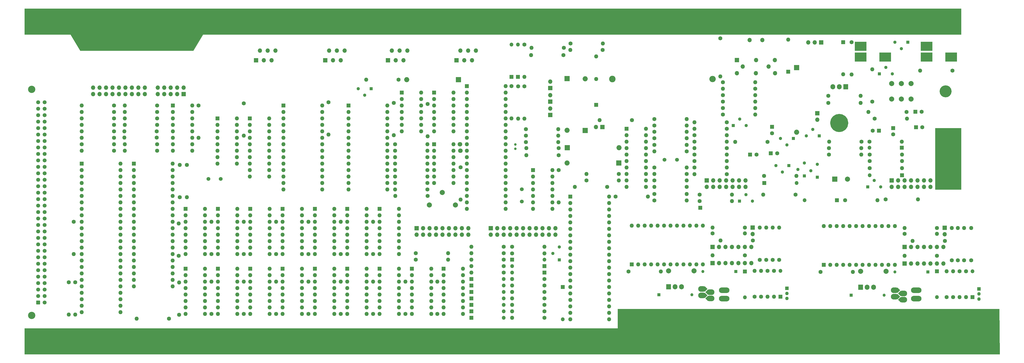
<source format=gts>
%TF.GenerationSoftware,KiCad,Pcbnew,8.0.8+1*%
%TF.CreationDate,2025-02-09T17:16:14+01:00*%
%TF.ProjectId,Issue_5,49737375-655f-4352-9e6b-696361645f70,Issue 5*%
%TF.SameCoordinates,Original*%
%TF.FileFunction,Soldermask,Top*%
%TF.FilePolarity,Negative*%
%FSLAX46Y46*%
G04 Gerber Fmt 4.6, Leading zero omitted, Abs format (unit mm)*
G04 Created by KiCad (PCBNEW 8.0.8+1) date 2025-02-09 17:16:14*
%MOMM*%
%LPD*%
G01*
G04 APERTURE LIST*
G04 Aperture macros list*
%AMRoundRect*
0 Rectangle with rounded corners*
0 $1 Rounding radius*
0 $2 $3 $4 $5 $6 $7 $8 $9 X,Y pos of 4 corners*
0 Add a 4 corners polygon primitive as box body*
4,1,4,$2,$3,$4,$5,$6,$7,$8,$9,$2,$3,0*
0 Add four circle primitives for the rounded corners*
1,1,$1+$1,$2,$3*
1,1,$1+$1,$4,$5*
1,1,$1+$1,$6,$7*
1,1,$1+$1,$8,$9*
0 Add four rect primitives between the rounded corners*
20,1,$1+$1,$2,$3,$4,$5,0*
20,1,$1+$1,$4,$5,$6,$7,0*
20,1,$1+$1,$6,$7,$8,$9,0*
20,1,$1+$1,$8,$9,$2,$3,0*%
%AMHorizOval*
0 Thick line with rounded ends*
0 $1 width*
0 $2 $3 position (X,Y) of the first rounded end (center of the circle)*
0 $4 $5 position (X,Y) of the second rounded end (center of the circle)*
0 Add line between two ends*
20,1,$1,$2,$3,$4,$5,0*
0 Add two circle primitives to create the rounded ends*
1,1,$1,$2,$3*
1,1,$1,$4,$5*%
%AMRotRect*
0 Rectangle, with rotation*
0 The origin of the aperture is its center*
0 $1 length*
0 $2 width*
0 $3 Rotation angle, in degrees counterclockwise*
0 Add horizontal line*
21,1,$1,$2,0,0,$3*%
G04 Aperture macros list end*
%ADD10C,0.100000*%
%ADD11C,3.581000*%
%ADD12C,2.350446*%
%ADD13R,1.905000X2.000000*%
%ADD14O,1.905000X2.000000*%
%ADD15C,1.600000*%
%ADD16O,1.600000X1.600000*%
%ADD17R,1.600000X1.600000*%
%ADD18RoundRect,0.050800X-2.250000X1.750000X-2.250000X-1.750000X2.250000X-1.750000X2.250000X1.750000X0*%
%ADD19R,1.500000X1.500000*%
%ADD20O,1.500000X1.500000*%
%ADD21R,1.200000X1.200000*%
%ADD22C,1.200000*%
%ADD23R,1.700000X1.700000*%
%ADD24O,1.700000X1.700000*%
%ADD25R,1.350000X1.350000*%
%ADD26O,1.350000X1.350000*%
%ADD27RotRect,1.500000X1.500000X45.000000*%
%ADD28RoundRect,1.100000X0.400000X0.000010X-0.400000X0.000010X-0.400000X-0.000010X0.400000X-0.000010X0*%
%ADD29RoundRect,1.100000X-0.400000X-0.000010X0.400000X-0.000010X0.400000X0.000010X-0.400000X0.000010X0*%
%ADD30R,1.300000X1.300000*%
%ADD31C,1.300000*%
%ADD32R,2.000000X2.000000*%
%ADD33O,2.000000X2.000000*%
%ADD34C,1.000000*%
%ADD35C,2.000000*%
%ADD36RoundRect,1.100000X-0.975000X-0.000010X0.975000X-0.000010X0.975000X0.000010X-0.975000X0.000010X0*%
%ADD37RoundRect,0.500000X-3.750000X-0.350000X3.750000X-0.350000X3.750000X0.350000X-3.750000X0.350000X0*%
%ADD38C,1.500000*%
%ADD39C,2.850000*%
%ADD40RoundRect,0.249999X-0.525001X0.525001X-0.525001X-0.525001X0.525001X-0.525001X0.525001X0.525001X0*%
%ADD41C,1.550000*%
%ADD42C,1.800000*%
%ADD43O,2.500000X2.600000*%
%ADD44O,2.500000X2.500000*%
%ADD45HorizOval,1.500000X0.000000X0.000000X0.000000X0.000000X0*%
G04 APERTURE END LIST*
D10*
X391160000Y-91440000D02*
X93345000Y-91440000D01*
X89535000Y-97790000D01*
X45085000Y-97790000D01*
X41275000Y-91440000D01*
X23241000Y-91440000D01*
X23241000Y-81280000D01*
X391160000Y-81280000D01*
X391160000Y-91440000D01*
G36*
X391160000Y-91440000D02*
G01*
X93345000Y-91440000D01*
X89535000Y-97790000D01*
X45085000Y-97790000D01*
X41275000Y-91440000D01*
X23241000Y-91440000D01*
X23241000Y-81280000D01*
X391160000Y-81280000D01*
X391160000Y-91440000D01*
G37*
D11*
X345071500Y-126238000D02*
G75*
G02*
X341490500Y-126238000I-1790500J0D01*
G01*
X341490500Y-126238000D02*
G75*
G02*
X345071500Y-126238000I1790500J0D01*
G01*
D10*
X381000000Y-128270000D02*
X391160000Y-128270000D01*
X391160000Y-152400000D01*
X381000000Y-152400000D01*
X381000000Y-128270000D01*
G36*
X381000000Y-128270000D02*
G01*
X391160000Y-128270000D01*
X391160000Y-152400000D01*
X381000000Y-152400000D01*
X381000000Y-128270000D01*
G37*
X406273000Y-217170000D02*
X23241000Y-217170000D01*
X23241000Y-207010000D01*
X256286000Y-207010000D01*
X256286000Y-199390000D01*
X406146000Y-199390000D01*
X406273000Y-217170000D01*
G36*
X406273000Y-217170000D02*
G01*
X23241000Y-217170000D01*
X23241000Y-207010000D01*
X256286000Y-207010000D01*
X256286000Y-199390000D01*
X406146000Y-199390000D01*
X406273000Y-217170000D01*
G37*
%TO.C,S3*%
D12*
X386239223Y-113792000D02*
G75*
G02*
X383888777Y-113792000I-1175223J0D01*
G01*
X383888777Y-113792000D02*
G75*
G02*
X386239223Y-113792000I1175223J0D01*
G01*
%TD*%
D13*
%TO.C,IC31*%
X276225000Y-190683000D03*
D14*
X278765000Y-190683000D03*
X281305000Y-190683000D03*
%TD*%
D15*
%TO.C,R47*%
X58420000Y-137160000D03*
D16*
X45720000Y-137160000D03*
%TD*%
D17*
%TO.C,C22*%
X358902000Y-129286000D03*
D15*
X356402000Y-129286000D03*
%TD*%
%TO.C,R81*%
X339217000Y-138684000D03*
D16*
X351917000Y-138684000D03*
%TD*%
D15*
%TO.C,R56*%
X297585000Y-115310000D03*
D16*
X310285000Y-115310000D03*
%TD*%
D15*
%TO.C,R62*%
X211455000Y-185039000D03*
D16*
X198755000Y-185039000D03*
%TD*%
D18*
%TO.C,J10*%
X377571000Y-96092000D03*
X377571000Y-100283000D03*
X387223000Y-100283000D03*
%TD*%
D19*
%TO.C,Z2*%
X367825400Y-135991600D03*
D20*
X355125400Y-135991600D03*
%TD*%
D15*
%TO.C,C31*%
X283337000Y-137414000D03*
D16*
X270637000Y-137414000D03*
%TD*%
D21*
%TO.C,C10*%
X347980000Y-193929000D03*
D22*
X360934000Y-193929000D03*
%TD*%
D19*
%TO.C,D2*%
X227457000Y-182499000D03*
D20*
X214757000Y-182499000D03*
%TD*%
D23*
%TO.C,J201*%
X368935000Y-175006000D03*
D24*
X371475000Y-175006000D03*
X374015000Y-175006000D03*
X376555000Y-175006000D03*
X379095000Y-175006000D03*
X381635000Y-175006000D03*
X384175000Y-175006000D03*
%TD*%
D15*
%TO.C,R86*%
X252095000Y-151384000D03*
D16*
X239395000Y-151384000D03*
%TD*%
D15*
%TO.C,R48*%
X233045000Y-138938000D03*
D16*
X220345000Y-138938000D03*
%TD*%
D15*
%TO.C,R21*%
X227457000Y-195199000D03*
D16*
X214757000Y-195199000D03*
%TD*%
D25*
%TO.C,SW2*%
X398145000Y-191453000D03*
D26*
X398145000Y-193453000D03*
X398145000Y-195453000D03*
%TD*%
D19*
%TO.C,D1*%
X227457000Y-185039000D03*
D20*
X214757000Y-185039000D03*
%TD*%
D17*
%TO.C,IC5*%
X137287000Y-160020000D03*
D16*
X137287000Y-162560000D03*
X137287000Y-165100000D03*
X137287000Y-167640000D03*
X137287000Y-170180000D03*
X137287000Y-172720000D03*
X137287000Y-175260000D03*
X137287000Y-177800000D03*
X144907000Y-177800000D03*
X144907000Y-175260000D03*
X144907000Y-172720000D03*
X144907000Y-170180000D03*
X144907000Y-167640000D03*
X144907000Y-165100000D03*
X144907000Y-162560000D03*
X144907000Y-160020000D03*
%TD*%
D15*
%TO.C,R94*%
X168783000Y-137160000D03*
D16*
X181483000Y-137160000D03*
%TD*%
D15*
%TO.C,R10*%
X235077000Y-96647000D03*
D16*
X222377000Y-96647000D03*
%TD*%
D17*
%TO.C,C41*%
X373166000Y-121793000D03*
D15*
X375666000Y-121793000D03*
%TD*%
%TO.C,R78*%
X75311000Y-134620000D03*
D16*
X62611000Y-134620000D03*
%TD*%
D15*
%TO.C,R44*%
X306197000Y-167386000D03*
D16*
X293497000Y-167386000D03*
%TD*%
D15*
%TO.C,R84*%
X355168200Y-133553200D03*
D16*
X367868200Y-133553200D03*
%TD*%
D15*
%TO.C,DC24*%
X147447000Y-201295000D03*
D16*
X147447000Y-188595000D03*
%TD*%
D27*
%TO.C,L2*%
X290449000Y-191516000D03*
D28*
X289399000Y-191516000D03*
D27*
X291719000Y-192786000D03*
D29*
X292769000Y-192786000D03*
D27*
X290449000Y-194056000D03*
D28*
X289399000Y-194056000D03*
D27*
X291719000Y-195199000D03*
D29*
X292769000Y-195199000D03*
%TD*%
D15*
%TO.C,R29*%
X355219000Y-141224000D03*
D16*
X367919000Y-141224000D03*
%TD*%
D15*
%TO.C,C32*%
X286385000Y-143764000D03*
D16*
X299085000Y-143764000D03*
%TD*%
D15*
%TO.C,JP2*%
X168783000Y-142240000D03*
D16*
X181483000Y-142240000D03*
%TD*%
D15*
%TO.C,C48*%
X234950000Y-99568000D03*
D16*
X222250000Y-99568000D03*
%TD*%
D15*
%TO.C,C49*%
X319659000Y-180086000D03*
D16*
X319659000Y-167386000D03*
%TD*%
D30*
%TO.C,TR7*%
X329565000Y-147066000D03*
D31*
X327025000Y-144526000D03*
X329565000Y-141986000D03*
%TD*%
D15*
%TO.C,R58*%
X297585000Y-120390000D03*
D16*
X310285000Y-120390000D03*
%TD*%
D15*
%TO.C,R17*%
X220218000Y-128651000D03*
D16*
X232918000Y-128651000D03*
%TD*%
D15*
%TO.C,R20*%
X227457000Y-197739000D03*
D16*
X214757000Y-197739000D03*
%TD*%
D17*
%TO.C,IC16*%
X175387000Y-183515000D03*
D16*
X175387000Y-186055000D03*
X175387000Y-188595000D03*
X175387000Y-191135000D03*
X175387000Y-193675000D03*
X175387000Y-196215000D03*
X175387000Y-198755000D03*
X175387000Y-201295000D03*
X183007000Y-201295000D03*
X183007000Y-198755000D03*
X183007000Y-196215000D03*
X183007000Y-193675000D03*
X183007000Y-191135000D03*
X183007000Y-188595000D03*
X183007000Y-186055000D03*
X183007000Y-183515000D03*
%TD*%
D15*
%TO.C,R90*%
X243967000Y-148844000D03*
D16*
X256667000Y-148844000D03*
%TD*%
D15*
%TO.C,C19*%
X326136000Y-154432000D03*
D16*
X313436000Y-154432000D03*
%TD*%
D19*
%TO.C,D16*%
X313817000Y-149860000D03*
D20*
X326517000Y-149860000D03*
%TD*%
D15*
%TO.C,R49*%
X315087000Y-133705600D03*
D16*
X302387000Y-133705600D03*
%TD*%
D17*
%TO.C,IC13*%
X137287000Y-183515000D03*
D16*
X137287000Y-186055000D03*
X137287000Y-188595000D03*
X137287000Y-191135000D03*
X137287000Y-193675000D03*
X137287000Y-196215000D03*
X137287000Y-198755000D03*
X137287000Y-201295000D03*
X144907000Y-201295000D03*
X144907000Y-198755000D03*
X144907000Y-196215000D03*
X144907000Y-193675000D03*
X144907000Y-191135000D03*
X144907000Y-188595000D03*
X144907000Y-186055000D03*
X144907000Y-183515000D03*
%TD*%
D15*
%TO.C,DC20*%
X96647000Y-201295000D03*
D16*
X96647000Y-188595000D03*
%TD*%
D15*
%TO.C,C50*%
X395097000Y-180213000D03*
D16*
X395097000Y-167513000D03*
%TD*%
D15*
%TO.C,R32*%
X288417000Y-156972000D03*
D16*
X301117000Y-156972000D03*
%TD*%
D32*
%TO.C,C37*%
X326567800Y-104444800D03*
D33*
X326567800Y-129844800D03*
%TD*%
D15*
%TO.C,DC26*%
X172847000Y-201295000D03*
D16*
X172847000Y-188595000D03*
%TD*%
D23*
%TO.C,J6*%
X192913000Y-101600000D03*
D24*
X194437000Y-97790000D03*
X195961000Y-101600000D03*
X197485000Y-97790000D03*
X199009000Y-101600000D03*
X200533000Y-97790000D03*
%TD*%
D23*
%TO.C,M2*%
X309245000Y-167335200D03*
D24*
X309245000Y-169875200D03*
%TD*%
D19*
%TO.C,D14*%
X306197000Y-184650000D03*
D20*
X306197000Y-194810000D03*
%TD*%
D30*
%TO.C,TR2*%
X370205000Y-94488000D03*
D31*
X367665000Y-97028000D03*
X365125000Y-94488000D03*
%TD*%
D19*
%TO.C,D22*%
X217043000Y-108077000D03*
D20*
X217043000Y-95377000D03*
%TD*%
D15*
%TO.C,DC5*%
X181610000Y-118745000D03*
D16*
X181610000Y-131445000D03*
%TD*%
D15*
%TO.C,R92*%
X219583000Y-95377000D03*
D16*
X219583000Y-108077000D03*
%TD*%
D23*
%TO.C,HDB1*%
X291211000Y-148844000D03*
D24*
X293751000Y-148844000D03*
X296291000Y-148844000D03*
X298831000Y-148844000D03*
X301371000Y-148844000D03*
X303911000Y-148844000D03*
X306451000Y-148844000D03*
X291211000Y-151384000D03*
X293751000Y-151384000D03*
X296291000Y-151384000D03*
X298831000Y-151384000D03*
X301371000Y-151384000D03*
X303911000Y-151384000D03*
X306451000Y-151384000D03*
%TD*%
D15*
%TO.C,R63*%
X211455000Y-182499000D03*
D16*
X198755000Y-182499000D03*
%TD*%
D17*
%TO.C,C21*%
X308269000Y-138684000D03*
D15*
X310769000Y-138684000D03*
%TD*%
D23*
%TO.C,J2*%
X85725000Y-114845000D03*
D24*
X85725000Y-112305000D03*
X83185000Y-114845000D03*
X83185000Y-112305000D03*
X80645000Y-114845000D03*
X80645000Y-112305000D03*
X78105000Y-114845000D03*
X78105000Y-112305000D03*
X75565000Y-114845000D03*
X75565000Y-112305000D03*
X70485000Y-114845000D03*
X70485000Y-112305000D03*
X67945000Y-114845000D03*
X67945000Y-112305000D03*
X65405000Y-114845000D03*
X65405000Y-112305000D03*
X62865000Y-114845000D03*
X62865000Y-112305000D03*
X60325000Y-114845000D03*
X60325000Y-112305000D03*
X57785000Y-114845000D03*
X57785000Y-112305000D03*
X55245000Y-114845000D03*
X55245000Y-112305000D03*
X52705000Y-114845000D03*
X52705000Y-112305000D03*
X50165000Y-114845000D03*
X50165000Y-112305000D03*
%TD*%
D15*
%TO.C,C13*%
X312039000Y-180086000D03*
D16*
X312039000Y-167386000D03*
%TD*%
D15*
%TO.C,R74*%
X75184000Y-129540000D03*
D16*
X62484000Y-129540000D03*
%TD*%
D15*
%TO.C,C16*%
X368935000Y-169799000D03*
D16*
X381635000Y-169799000D03*
%TD*%
D15*
%TO.C,C34*%
X286385000Y-138684000D03*
D16*
X299085000Y-138684000D03*
%TD*%
D19*
%TO.C,D3*%
X214757000Y-179959000D03*
D20*
X227457000Y-179959000D03*
%TD*%
D15*
%TO.C,C43*%
X270637000Y-124714000D03*
D16*
X283337000Y-124714000D03*
%TD*%
D30*
%TO.C,TR5*%
X334645000Y-147574000D03*
D31*
X332105000Y-145034000D03*
X334645000Y-142494000D03*
%TD*%
D17*
%TO.C,IC18*%
X45720000Y-142240000D03*
D16*
X45720000Y-144780000D03*
X45720000Y-147320000D03*
X45720000Y-149860000D03*
X45720000Y-152400000D03*
X45720000Y-154940000D03*
X45720000Y-157480000D03*
X45720000Y-160020000D03*
X45720000Y-162560000D03*
X45720000Y-165100000D03*
X45720000Y-167640000D03*
X45720000Y-170180000D03*
X45720000Y-172720000D03*
X45720000Y-175260000D03*
X45720000Y-177800000D03*
X45720000Y-180340000D03*
X45720000Y-182880000D03*
X45720000Y-185420000D03*
X45720000Y-187960000D03*
X45720000Y-190500000D03*
X45720000Y-193040000D03*
X45720000Y-195580000D03*
X45720000Y-198120000D03*
X45720000Y-200660000D03*
X60960000Y-200660000D03*
X60960000Y-198120000D03*
X60960000Y-195580000D03*
X60960000Y-193040000D03*
X60960000Y-190500000D03*
X60960000Y-187960000D03*
X60960000Y-185420000D03*
X60960000Y-182880000D03*
X60960000Y-180340000D03*
X60960000Y-177800000D03*
X60960000Y-175260000D03*
X60960000Y-172720000D03*
X60960000Y-170180000D03*
X60960000Y-167640000D03*
X60960000Y-165100000D03*
X60960000Y-162560000D03*
X60960000Y-160020000D03*
X60960000Y-157480000D03*
X60960000Y-154940000D03*
X60960000Y-152400000D03*
X60960000Y-149860000D03*
X60960000Y-147320000D03*
X60960000Y-144780000D03*
X60960000Y-142240000D03*
%TD*%
D15*
%TO.C,C20*%
X361467400Y-156311600D03*
D16*
X374167400Y-156311600D03*
%TD*%
D17*
%TO.C,IC28*%
X259715000Y-128524000D03*
D16*
X259715000Y-131064000D03*
X259715000Y-133604000D03*
X259715000Y-136144000D03*
X259715000Y-138684000D03*
X259715000Y-141224000D03*
X259715000Y-143764000D03*
X259715000Y-146304000D03*
X259715000Y-148844000D03*
X259715000Y-151384000D03*
X267335000Y-151384000D03*
X267335000Y-148844000D03*
X267335000Y-146304000D03*
X267335000Y-143764000D03*
X267335000Y-141224000D03*
X267335000Y-138684000D03*
X267335000Y-136144000D03*
X267335000Y-133604000D03*
X267335000Y-131064000D03*
X267335000Y-128524000D03*
%TD*%
D15*
%TO.C,DC27*%
X185420000Y-201295000D03*
D16*
X185420000Y-188595000D03*
%TD*%
D23*
%TO.C,J4*%
X141351000Y-101600000D03*
D24*
X142875000Y-97790000D03*
X144399000Y-101600000D03*
X145923000Y-97790000D03*
X147447000Y-101600000D03*
X148971000Y-97790000D03*
%TD*%
D21*
%TO.C,C11*%
X302641000Y-184658000D03*
D22*
X289687000Y-184658000D03*
%TD*%
D15*
%TO.C,C26*%
X270637000Y-143764000D03*
D16*
X283337000Y-143764000D03*
%TD*%
D17*
%TO.C,C47*%
X364490000Y-128207888D03*
D15*
X364490000Y-130707888D03*
%TD*%
%TO.C,R18*%
X227457000Y-202819000D03*
D16*
X214757000Y-202819000D03*
%TD*%
D15*
%TO.C,C5*%
X306197000Y-178308000D03*
D16*
X293497000Y-178308000D03*
%TD*%
D15*
%TO.C,C46*%
X345567000Y-156591000D03*
D16*
X358267000Y-156591000D03*
%TD*%
D15*
%TO.C,R61*%
X237744000Y-94996000D03*
D16*
X250444000Y-94996000D03*
%TD*%
D15*
%TO.C,R23*%
X227457000Y-190119000D03*
D16*
X214757000Y-190119000D03*
%TD*%
D15*
%TO.C,R82*%
X357149400Y-124561600D03*
D16*
X369849400Y-124561600D03*
%TD*%
D15*
%TO.C,R57*%
X297585000Y-117850000D03*
D16*
X310285000Y-117850000D03*
%TD*%
D15*
%TO.C,DC3*%
X142621000Y-118110000D03*
D16*
X142621000Y-130810000D03*
%TD*%
D34*
%TO.C,X2*%
X216027000Y-136398000D03*
X216027000Y-134698000D03*
%TD*%
D15*
%TO.C,L5*%
X369697000Y-121920000D03*
D16*
X354697000Y-121920000D03*
%TD*%
D15*
%TO.C,R33*%
X355219000Y-144018000D03*
D16*
X367919000Y-144018000D03*
%TD*%
D15*
%TO.C,R76*%
X75184000Y-131953000D03*
D16*
X62484000Y-131953000D03*
%TD*%
D15*
%TO.C,R51*%
X270637000Y-129674000D03*
D16*
X283337000Y-129674000D03*
%TD*%
D15*
%TO.C,R85*%
X261874000Y-125095000D03*
D16*
X249174000Y-125095000D03*
%TD*%
D35*
%TO.C,TC1*%
X187325000Y-153543000D03*
X192532000Y-158496000D03*
X182245000Y-158496000D03*
%TD*%
D15*
%TO.C,R40*%
X315087000Y-184404000D03*
D16*
X315087000Y-194564000D03*
%TD*%
D23*
%TO.C,J202*%
X368935000Y-181483000D03*
D24*
X371475000Y-181483000D03*
X374015000Y-181483000D03*
X376555000Y-181483000D03*
X379095000Y-181483000D03*
X381635000Y-181483000D03*
X384175000Y-181483000D03*
%TD*%
D15*
%TO.C,R15*%
X387731000Y-105664000D03*
D16*
X375031000Y-105664000D03*
%TD*%
D17*
%TO.C,D25*%
X323215000Y-106045000D03*
D16*
X323215000Y-93472000D03*
%TD*%
D15*
%TO.C,R80*%
X220218000Y-131191000D03*
D16*
X232918000Y-131191000D03*
%TD*%
D15*
%TO.C,DC16*%
X160147000Y-177800000D03*
D16*
X160147000Y-165100000D03*
%TD*%
D15*
%TO.C,R8*%
X214503000Y-111760000D03*
D16*
X214503000Y-124460000D03*
%TD*%
D17*
%TO.C,IC25*%
X184150000Y-114300000D03*
D16*
X184150000Y-116840000D03*
X184150000Y-119380000D03*
X184150000Y-121920000D03*
X184150000Y-124460000D03*
X184150000Y-127000000D03*
X184150000Y-129540000D03*
X191770000Y-129540000D03*
X191770000Y-127000000D03*
X191770000Y-124460000D03*
X191770000Y-121920000D03*
X191770000Y-119380000D03*
X191770000Y-116840000D03*
X191770000Y-114300000D03*
%TD*%
D15*
%TO.C,R12*%
X339217000Y-136144000D03*
D16*
X351917000Y-136144000D03*
%TD*%
D17*
%TO.C,IC33*%
X124968000Y-119380000D03*
D16*
X124968000Y-121920000D03*
X124968000Y-124460000D03*
X124968000Y-127000000D03*
X124968000Y-129540000D03*
X124968000Y-132080000D03*
X124968000Y-134620000D03*
X124968000Y-137160000D03*
X124968000Y-139700000D03*
X124968000Y-142240000D03*
X124968000Y-144780000D03*
X124968000Y-147320000D03*
X124968000Y-149860000D03*
X124968000Y-152400000D03*
X140208000Y-152400000D03*
X140208000Y-149860000D03*
X140208000Y-147320000D03*
X140208000Y-144780000D03*
X140208000Y-142240000D03*
X140208000Y-139700000D03*
X140208000Y-137160000D03*
X140208000Y-134620000D03*
X140208000Y-132080000D03*
X140208000Y-129540000D03*
X140208000Y-127000000D03*
X140208000Y-124460000D03*
X140208000Y-121920000D03*
X140208000Y-119380000D03*
%TD*%
D17*
%TO.C,IC10*%
X99187000Y-183515000D03*
D16*
X99187000Y-186055000D03*
X99187000Y-188595000D03*
X99187000Y-191135000D03*
X99187000Y-193675000D03*
X99187000Y-196215000D03*
X99187000Y-198755000D03*
X99187000Y-201295000D03*
X106807000Y-201295000D03*
X106807000Y-198755000D03*
X106807000Y-196215000D03*
X106807000Y-193675000D03*
X106807000Y-191135000D03*
X106807000Y-188595000D03*
X106807000Y-186055000D03*
X106807000Y-183515000D03*
%TD*%
D15*
%TO.C,R54*%
X270637000Y-132214000D03*
D16*
X283337000Y-132214000D03*
%TD*%
D15*
%TO.C,R35*%
X385445000Y-194691000D03*
D16*
X385445000Y-184531000D03*
%TD*%
D15*
%TO.C,C44*%
X338963000Y-115570000D03*
D16*
X351663000Y-115570000D03*
%TD*%
D19*
%TO.C,D10*%
X198755000Y-190119000D03*
D20*
X211455000Y-190119000D03*
%TD*%
D15*
%TO.C,R72*%
X75311000Y-127000000D03*
D16*
X62611000Y-127000000D03*
%TD*%
D17*
%TO.C,IC3*%
X111887000Y-160020000D03*
D16*
X111887000Y-162560000D03*
X111887000Y-165100000D03*
X111887000Y-167640000D03*
X111887000Y-170180000D03*
X111887000Y-172720000D03*
X111887000Y-175260000D03*
X111887000Y-177800000D03*
X119507000Y-177800000D03*
X119507000Y-175260000D03*
X119507000Y-172720000D03*
X119507000Y-170180000D03*
X119507000Y-167640000D03*
X119507000Y-165100000D03*
X119507000Y-162560000D03*
X119507000Y-160020000D03*
%TD*%
D15*
%TO.C,C45*%
X286385000Y-131064000D03*
D16*
X299085000Y-131064000D03*
%TD*%
D13*
%TO.C,U35*%
X345821000Y-112014000D03*
D14*
X343281000Y-112014000D03*
X340741000Y-112014000D03*
%TD*%
D19*
%TO.C,D12*%
X320167000Y-194564000D03*
D20*
X320167000Y-184404000D03*
%TD*%
D23*
%TO.C,J101*%
X293497000Y-175006000D03*
D24*
X296037000Y-175006000D03*
X298577000Y-175006000D03*
X301117000Y-175006000D03*
X303657000Y-175006000D03*
X306197000Y-175006000D03*
X308737000Y-175006000D03*
%TD*%
D23*
%TO.C,J3*%
X114173000Y-101600000D03*
D24*
X115697000Y-97790000D03*
X117221000Y-101600000D03*
X118745000Y-97790000D03*
X120269000Y-101600000D03*
X121793000Y-97790000D03*
%TD*%
D15*
%TO.C,R88*%
X310261000Y-112770000D03*
D16*
X297561000Y-112770000D03*
%TD*%
D15*
%TO.C,R25*%
X283337000Y-151384000D03*
D16*
X270637000Y-151384000D03*
%TD*%
D18*
%TO.C,J9*%
X351703000Y-96092000D03*
X351703000Y-100283000D03*
X361355000Y-100283000D03*
%TD*%
D15*
%TO.C,R98*%
X270637000Y-156718000D03*
D16*
X283337000Y-156718000D03*
%TD*%
D19*
%TO.C,D13*%
X395605000Y-194691000D03*
D20*
X395605000Y-184531000D03*
%TD*%
D15*
%TO.C,R42*%
X314579000Y-180086000D03*
D16*
X314579000Y-167386000D03*
%TD*%
D36*
%TO.C,L6*%
X298103000Y-192024000D03*
X298103000Y-195326000D03*
%TD*%
D17*
%TO.C,IC27*%
X171450000Y-114300000D03*
D16*
X171450000Y-116840000D03*
X171450000Y-119380000D03*
X171450000Y-121920000D03*
X171450000Y-124460000D03*
X171450000Y-127000000D03*
X171450000Y-129540000D03*
X179070000Y-129540000D03*
X179070000Y-127000000D03*
X179070000Y-124460000D03*
X179070000Y-121920000D03*
X179070000Y-119380000D03*
X179070000Y-116840000D03*
X179070000Y-114300000D03*
%TD*%
D15*
%TO.C,R65*%
X211455000Y-177419000D03*
D16*
X198755000Y-177419000D03*
%TD*%
D19*
%TO.C,D8*%
X198755000Y-195199000D03*
D20*
X211455000Y-195199000D03*
%TD*%
D15*
%TO.C,R1*%
X58420000Y-132080000D03*
D16*
X45720000Y-132080000D03*
%TD*%
D37*
%TO.C,EC1*%
X386207000Y-131318000D03*
X386207000Y-133858000D03*
X386207000Y-138938000D03*
X386207000Y-141478000D03*
X386207000Y-144018000D03*
X386207000Y-146558000D03*
X386207000Y-149098000D03*
%TD*%
D15*
%TO.C,R68*%
X176911000Y-177419000D03*
D16*
X189611000Y-177419000D03*
%TD*%
D15*
%TO.C,R83*%
X313715400Y-147015200D03*
D16*
X326415400Y-147015200D03*
%TD*%
D15*
%TO.C,C33*%
X299085000Y-136144000D03*
D16*
X286385000Y-136144000D03*
%TD*%
D17*
%TO.C,IC26*%
X223012000Y-144780000D03*
D16*
X223012000Y-147320000D03*
X223012000Y-149860000D03*
X223012000Y-152400000D03*
X223012000Y-154940000D03*
X223012000Y-157480000D03*
X223012000Y-160020000D03*
X230632000Y-160020000D03*
X230632000Y-157480000D03*
X230632000Y-154940000D03*
X230632000Y-152400000D03*
X230632000Y-149860000D03*
X230632000Y-147320000D03*
X230632000Y-144780000D03*
%TD*%
D15*
%TO.C,R45*%
X381635000Y-167513000D03*
D16*
X368935000Y-167513000D03*
%TD*%
D17*
%TO.C,IC19*%
X81534000Y-119380000D03*
D16*
X81534000Y-121920000D03*
X81534000Y-124460000D03*
X81534000Y-127000000D03*
X81534000Y-129540000D03*
X81534000Y-132080000D03*
X81534000Y-134620000D03*
X81534000Y-137160000D03*
X89154000Y-137160000D03*
X89154000Y-134620000D03*
X89154000Y-132080000D03*
X89154000Y-129540000D03*
X89154000Y-127000000D03*
X89154000Y-124460000D03*
X89154000Y-121920000D03*
X89154000Y-119380000D03*
%TD*%
D17*
%TO.C,IC30*%
X337185000Y-181991000D03*
D16*
X339725000Y-181991000D03*
X342265000Y-181991000D03*
X344805000Y-181991000D03*
X347345000Y-181991000D03*
X349885000Y-181991000D03*
X352425000Y-181991000D03*
X354965000Y-181991000D03*
X357505000Y-181991000D03*
X360045000Y-181991000D03*
X362585000Y-181991000D03*
X365125000Y-181991000D03*
X365125000Y-166751000D03*
X362585000Y-166751000D03*
X360045000Y-166751000D03*
X357505000Y-166751000D03*
X354965000Y-166751000D03*
X352425000Y-166751000D03*
X349885000Y-166751000D03*
X347345000Y-166751000D03*
X344805000Y-166751000D03*
X342265000Y-166751000D03*
X339725000Y-166751000D03*
X337185000Y-166751000D03*
%TD*%
D24*
%TO.C,J7*%
X313055000Y-93585000D03*
X308055000Y-93585000D03*
D23*
X303102000Y-101459000D03*
D24*
X310595000Y-101459000D03*
X317961000Y-101459000D03*
X305388000Y-103999000D03*
X315548000Y-103999000D03*
X303055000Y-106666000D03*
X318055000Y-106666000D03*
X310555000Y-106666000D03*
%TD*%
D30*
%TO.C,TR4*%
X354457000Y-151384000D03*
D31*
X356997000Y-148844000D03*
X359537000Y-151384000D03*
%TD*%
D15*
%TO.C,C18*%
X335915000Y-184785000D03*
D16*
X348615000Y-184785000D03*
%TD*%
D17*
%TO.C,IC7*%
X162687000Y-160020000D03*
D16*
X162687000Y-162560000D03*
X162687000Y-165100000D03*
X162687000Y-167640000D03*
X162687000Y-170180000D03*
X162687000Y-172720000D03*
X162687000Y-175260000D03*
X162687000Y-177800000D03*
X170307000Y-177800000D03*
X170307000Y-175260000D03*
X170307000Y-172720000D03*
X170307000Y-170180000D03*
X170307000Y-167640000D03*
X170307000Y-165100000D03*
X170307000Y-162560000D03*
X170307000Y-160020000D03*
%TD*%
D15*
%TO.C,R96*%
X170180000Y-109220000D03*
D16*
X157480000Y-109220000D03*
%TD*%
D23*
%TO.C,J8*%
X336169000Y-94570000D03*
D24*
X333629000Y-94570000D03*
X331089000Y-94570000D03*
%TD*%
D15*
%TO.C,DC15*%
X147447000Y-177800000D03*
D16*
X147447000Y-165100000D03*
%TD*%
D15*
%TO.C,R13*%
X338963000Y-118364000D03*
D16*
X351663000Y-118364000D03*
%TD*%
D15*
%TO.C,JP6*%
X181483000Y-152400000D03*
D16*
X168783000Y-152400000D03*
%TD*%
D15*
%TO.C,R100*%
X309372000Y-172466000D03*
D16*
X296672000Y-172466000D03*
%TD*%
D25*
%TO.C,SW1*%
X322707000Y-191262000D03*
D26*
X322707000Y-193262000D03*
X322707000Y-195262000D03*
%TD*%
D15*
%TO.C,R91*%
X220218000Y-133731000D03*
D16*
X232918000Y-133731000D03*
%TD*%
D17*
%TO.C,C42*%
X373420000Y-127889000D03*
D15*
X375920000Y-127889000D03*
%TD*%
D13*
%TO.C,IC32*%
X351663000Y-190810000D03*
D14*
X354203000Y-190810000D03*
X356743000Y-190810000D03*
%TD*%
D17*
%TO.C,IC6*%
X149987000Y-160020000D03*
D16*
X149987000Y-162560000D03*
X149987000Y-165100000D03*
X149987000Y-167640000D03*
X149987000Y-170180000D03*
X149987000Y-172720000D03*
X149987000Y-175260000D03*
X149987000Y-177800000D03*
X157607000Y-177800000D03*
X157607000Y-175260000D03*
X157607000Y-172720000D03*
X157607000Y-170180000D03*
X157607000Y-167640000D03*
X157607000Y-165100000D03*
X157607000Y-162560000D03*
X157607000Y-160020000D03*
%TD*%
D17*
%TO.C,IC9*%
X86487000Y-183515000D03*
D16*
X86487000Y-186055000D03*
X86487000Y-188595000D03*
X86487000Y-191135000D03*
X86487000Y-193675000D03*
X86487000Y-196215000D03*
X86487000Y-198755000D03*
X86487000Y-201295000D03*
X94107000Y-201295000D03*
X94107000Y-198755000D03*
X94107000Y-196215000D03*
X94107000Y-193675000D03*
X94107000Y-191135000D03*
X94107000Y-188595000D03*
X94107000Y-186055000D03*
X94107000Y-183515000D03*
%TD*%
D32*
%TO.C,C23*%
X243459000Y-129159000D03*
D33*
X243459000Y-108839000D03*
%TD*%
D17*
%TO.C,IC29*%
X261747000Y-181864000D03*
D16*
X264287000Y-181864000D03*
X266827000Y-181864000D03*
X269367000Y-181864000D03*
X271907000Y-181864000D03*
X274447000Y-181864000D03*
X276987000Y-181864000D03*
X279527000Y-181864000D03*
X282067000Y-181864000D03*
X284607000Y-181864000D03*
X287147000Y-181864000D03*
X289687000Y-181864000D03*
X289687000Y-166624000D03*
X287147000Y-166624000D03*
X284607000Y-166624000D03*
X282067000Y-166624000D03*
X279527000Y-166624000D03*
X276987000Y-166624000D03*
X274447000Y-166624000D03*
X271907000Y-166624000D03*
X269367000Y-166624000D03*
X266827000Y-166624000D03*
X264287000Y-166624000D03*
X261747000Y-166624000D03*
%TD*%
D15*
%TO.C,R28*%
X288417000Y-154432000D03*
D16*
X301117000Y-154432000D03*
%TD*%
D15*
%TO.C,R77*%
X75311000Y-121920000D03*
D16*
X62611000Y-121920000D03*
%TD*%
D15*
%TO.C,R34*%
X310007000Y-194564000D03*
D16*
X310007000Y-184404000D03*
%TD*%
D15*
%TO.C,R55*%
X286385000Y-133604000D03*
D16*
X299085000Y-133604000D03*
%TD*%
D15*
%TO.C,R9*%
X217144600Y-111810800D03*
D16*
X217144600Y-124510800D03*
%TD*%
D15*
%TO.C,C15*%
X293497000Y-169672000D03*
D16*
X306197000Y-169672000D03*
%TD*%
D32*
%TO.C,C39*%
X341503000Y-148336000D03*
D35*
X346503000Y-148336000D03*
%TD*%
D32*
%TO.C,C25*%
X256717800Y-141986000D03*
D33*
X236397800Y-141986000D03*
%TD*%
D15*
%TO.C,R59*%
X297585000Y-122930000D03*
D16*
X310285000Y-122930000D03*
%TD*%
D15*
%TO.C,C29*%
X270637000Y-134874000D03*
D16*
X283337000Y-134874000D03*
%TD*%
D15*
%TO.C,DC25*%
X160147000Y-201295000D03*
D16*
X160147000Y-188595000D03*
%TD*%
D30*
%TO.C,TR1.1*%
X325247000Y-132334000D03*
D31*
X322707000Y-134874000D03*
X320167000Y-132334000D03*
%TD*%
D23*
%TO.C,M3*%
X384683000Y-167487600D03*
D24*
X384683000Y-170027600D03*
%TD*%
D17*
%TO.C,IC17*%
X184150000Y-134620000D03*
D16*
X184150000Y-137160000D03*
X184150000Y-139700000D03*
X184150000Y-142240000D03*
X184150000Y-144780000D03*
X184150000Y-147320000D03*
X184150000Y-149860000D03*
X191770000Y-149860000D03*
X191770000Y-147320000D03*
X191770000Y-144780000D03*
X191770000Y-142240000D03*
X191770000Y-139700000D03*
X191770000Y-137160000D03*
X191770000Y-134620000D03*
%TD*%
D15*
%TO.C,C30*%
X286385000Y-141224000D03*
D16*
X299085000Y-141224000D03*
%TD*%
D17*
%TO.C,IC23*%
X196977000Y-111760000D03*
D16*
X196977000Y-114300000D03*
X196977000Y-116840000D03*
X196977000Y-119380000D03*
X196977000Y-121920000D03*
X196977000Y-124460000D03*
X196977000Y-127000000D03*
X196977000Y-129540000D03*
X196977000Y-132080000D03*
X196977000Y-134620000D03*
X196977000Y-137160000D03*
X196977000Y-139700000D03*
X196977000Y-142240000D03*
X196977000Y-144780000D03*
X196977000Y-147320000D03*
X196977000Y-149860000D03*
X196977000Y-152400000D03*
X196977000Y-154940000D03*
X196977000Y-157480000D03*
X196977000Y-160020000D03*
X212217000Y-160020000D03*
X212217000Y-157480000D03*
X212217000Y-154940000D03*
X212217000Y-152400000D03*
X212217000Y-149860000D03*
X212217000Y-147320000D03*
X212217000Y-144780000D03*
X212217000Y-142240000D03*
X212217000Y-139700000D03*
X212217000Y-137160000D03*
X212217000Y-134620000D03*
X212217000Y-132080000D03*
X212217000Y-129540000D03*
X212217000Y-127000000D03*
X212217000Y-124460000D03*
X212217000Y-121920000D03*
X212217000Y-119380000D03*
X212217000Y-116840000D03*
X212217000Y-114300000D03*
X212217000Y-111760000D03*
%TD*%
D30*
%TO.C,TR6*%
X304070000Y-156925000D03*
D31*
X306610000Y-154385000D03*
X309150000Y-156925000D03*
%TD*%
D15*
%TO.C,C27*%
X270637000Y-148844000D03*
D16*
X283337000Y-148844000D03*
%TD*%
D21*
%TO.C,C9*%
X272479888Y-193802000D03*
D22*
X285433888Y-193802000D03*
%TD*%
D15*
%TO.C,R67*%
X214757000Y-174879000D03*
D16*
X227457000Y-174879000D03*
%TD*%
D15*
%TO.C,R89*%
X256667000Y-146304000D03*
D16*
X243967000Y-146304000D03*
%TD*%
D15*
%TO.C,R46*%
X181610000Y-154940000D03*
D16*
X168910000Y-154940000D03*
%TD*%
D38*
%TO.C,X3*%
X279527000Y-140716000D03*
X274647000Y-140716000D03*
%TD*%
D15*
%TO.C,DC13*%
X122047000Y-177800000D03*
D16*
X122047000Y-165100000D03*
%TD*%
D15*
%TO.C,R101*%
X384810000Y-172593000D03*
D16*
X372110000Y-172593000D03*
%TD*%
D24*
%TO.C,J11*%
X177292000Y-170120000D03*
D23*
X177292000Y-167580000D03*
D24*
X179832000Y-170120000D03*
X179832000Y-167580000D03*
X182372000Y-170120000D03*
X182372000Y-167580000D03*
X184912000Y-170120000D03*
X184912000Y-167580000D03*
X187452000Y-170120000D03*
X187452000Y-167580000D03*
X189992000Y-170120000D03*
X189992000Y-167580000D03*
X192532000Y-170120000D03*
X192532000Y-167580000D03*
X195072000Y-170120000D03*
X195072000Y-167580000D03*
X197612000Y-170120000D03*
X197612000Y-167580000D03*
%TD*%
D35*
%TO.C,DC29*%
X361696000Y-184531000D03*
X351696000Y-184531000D03*
%TD*%
%TO.C,DC28*%
X286225000Y-184404000D03*
X276225000Y-184404000D03*
%TD*%
D15*
%TO.C,DC21*%
X109347000Y-201295000D03*
D16*
X109347000Y-188595000D03*
%TD*%
D15*
%TO.C,C6*%
X381635000Y-178435000D03*
D16*
X368935000Y-178435000D03*
%TD*%
D19*
%TO.C,D5*%
X198755000Y-202819000D03*
D20*
X211455000Y-202819000D03*
%TD*%
D15*
%TO.C,C17*%
X260477000Y-184658000D03*
D16*
X273177000Y-184658000D03*
%TD*%
D15*
%TO.C,R69*%
X176911000Y-179959000D03*
D16*
X189611000Y-179959000D03*
%TD*%
D15*
%TO.C,DC6*%
X219633800Y-111810800D03*
D16*
X219633800Y-124510800D03*
%TD*%
D23*
%TO.C,J5*%
X165989000Y-101600000D03*
D24*
X167513000Y-97790000D03*
X169037000Y-101600000D03*
X170561000Y-97790000D03*
X172085000Y-101600000D03*
X173609000Y-97790000D03*
%TD*%
D17*
%TO.C,IC4*%
X124587000Y-160020000D03*
D16*
X124587000Y-162560000D03*
X124587000Y-165100000D03*
X124587000Y-167640000D03*
X124587000Y-170180000D03*
X124587000Y-172720000D03*
X124587000Y-175260000D03*
X124587000Y-177800000D03*
X132207000Y-177800000D03*
X132207000Y-175260000D03*
X132207000Y-172720000D03*
X132207000Y-170180000D03*
X132207000Y-167640000D03*
X132207000Y-165100000D03*
X132207000Y-162560000D03*
X132207000Y-160020000D03*
%TD*%
D15*
%TO.C,R37*%
X387985000Y-194691000D03*
D16*
X387985000Y-184531000D03*
%TD*%
D15*
%TO.C,R95*%
X214757000Y-177546000D03*
D16*
X227457000Y-177546000D03*
%TD*%
D17*
%TO.C,IC11*%
X111887000Y-183515000D03*
D16*
X111887000Y-186055000D03*
X111887000Y-188595000D03*
X111887000Y-191135000D03*
X111887000Y-193675000D03*
X111887000Y-196215000D03*
X111887000Y-198755000D03*
X111887000Y-201295000D03*
X119507000Y-201295000D03*
X119507000Y-198755000D03*
X119507000Y-196215000D03*
X119507000Y-193675000D03*
X119507000Y-191135000D03*
X119507000Y-188595000D03*
X119507000Y-186055000D03*
X119507000Y-183515000D03*
%TD*%
D17*
%TO.C,IC1*%
X86487000Y-160020000D03*
D16*
X86487000Y-162560000D03*
X86487000Y-165100000D03*
X86487000Y-167640000D03*
X86487000Y-170180000D03*
X86487000Y-172720000D03*
X86487000Y-175260000D03*
X86487000Y-177800000D03*
X94107000Y-177800000D03*
X94107000Y-175260000D03*
X94107000Y-172720000D03*
X94107000Y-170180000D03*
X94107000Y-167640000D03*
X94107000Y-165100000D03*
X94107000Y-162560000D03*
X94107000Y-160020000D03*
%TD*%
D23*
%TO.C,D27*%
X229743000Y-112522000D03*
D24*
X229743000Y-109982000D03*
%TD*%
D19*
%TO.C,D9*%
X198755000Y-192659000D03*
D20*
X211455000Y-192659000D03*
%TD*%
D15*
%TO.C,C14*%
X387477000Y-180213000D03*
D16*
X387477000Y-167513000D03*
%TD*%
D15*
%TO.C,R26*%
X299085000Y-146354800D03*
D16*
X286385000Y-146354800D03*
%TD*%
D30*
%TO.C,TR3*%
X323469000Y-143002000D03*
D31*
X320929000Y-145542000D03*
X318389000Y-143002000D03*
%TD*%
D39*
%TO.C,J1*%
X26035000Y-201940000D03*
X26035000Y-113040000D03*
D40*
X28575000Y-196850000D03*
D41*
X28575000Y-194310000D03*
X28575000Y-191770000D03*
X28575000Y-189230000D03*
X28575000Y-186690000D03*
X28575000Y-184150000D03*
X28575000Y-181610000D03*
X28575000Y-179070000D03*
X28575000Y-176530000D03*
X28575000Y-173990000D03*
X28575000Y-171450000D03*
X28575000Y-168910000D03*
X28575000Y-166370000D03*
X28575000Y-163830000D03*
X28575000Y-161290000D03*
X28575000Y-158750000D03*
X28575000Y-156210000D03*
X28575000Y-153670000D03*
X28575000Y-151130000D03*
X28575000Y-148590000D03*
X28575000Y-146050000D03*
X28575000Y-143510000D03*
X28575000Y-140970000D03*
X28575000Y-138430000D03*
X28575000Y-135890000D03*
X28575000Y-133350000D03*
X28575000Y-130810000D03*
X28575000Y-128270000D03*
X28575000Y-125730000D03*
X28575000Y-123190000D03*
X28575000Y-120650000D03*
X28575000Y-118110000D03*
X31115000Y-196850000D03*
X31115000Y-194310000D03*
X31115000Y-191770000D03*
X31115000Y-189230000D03*
X31115000Y-186690000D03*
X31115000Y-184150000D03*
X31115000Y-181610000D03*
X31115000Y-179070000D03*
X31115000Y-176530000D03*
X31115000Y-173990000D03*
X31115000Y-171450000D03*
X31115000Y-168910000D03*
X31115000Y-166370000D03*
X31115000Y-163830000D03*
X31115000Y-161290000D03*
X31115000Y-158750000D03*
X31115000Y-156210000D03*
X31115000Y-153670000D03*
X31115000Y-151130000D03*
X31115000Y-148590000D03*
X31115000Y-146050000D03*
X31115000Y-143510000D03*
X31115000Y-140970000D03*
X31115000Y-138430000D03*
X31115000Y-135890000D03*
X31115000Y-133350000D03*
X31115000Y-130810000D03*
X31115000Y-128270000D03*
X31115000Y-125730000D03*
X31115000Y-123190000D03*
X31115000Y-120650000D03*
X31115000Y-118110000D03*
%TD*%
D15*
%TO.C,DC10*%
X83820000Y-178435000D03*
D16*
X83820000Y-165735000D03*
%TD*%
D19*
%TO.C,D7*%
X198755000Y-197739000D03*
D20*
X211455000Y-197739000D03*
%TD*%
D17*
%TO.C,IC12*%
X124587000Y-183515000D03*
D16*
X124587000Y-186055000D03*
X124587000Y-188595000D03*
X124587000Y-191135000D03*
X124587000Y-193675000D03*
X124587000Y-196215000D03*
X124587000Y-198755000D03*
X124587000Y-201295000D03*
X132207000Y-201295000D03*
X132207000Y-198755000D03*
X132207000Y-196215000D03*
X132207000Y-193675000D03*
X132207000Y-191135000D03*
X132207000Y-188595000D03*
X132207000Y-186055000D03*
X132207000Y-183515000D03*
%TD*%
D15*
%TO.C,R22*%
X227457000Y-192659000D03*
D16*
X214757000Y-192659000D03*
%TD*%
D42*
%TO.C,TP3*%
X194310000Y-134620000D03*
%TD*%
D15*
%TO.C,C1*%
X233045000Y-136144000D03*
D16*
X220345000Y-136144000D03*
%TD*%
D15*
%TO.C,R53*%
X299085000Y-128524000D03*
D16*
X286385000Y-128524000D03*
%TD*%
D15*
%TO.C,R36*%
X312547000Y-194564000D03*
D16*
X312547000Y-184404000D03*
%TD*%
D21*
%TO.C,C12*%
X378079000Y-184785000D03*
D22*
X365125000Y-184785000D03*
%TD*%
D15*
%TO.C,R75*%
X75311000Y-137160000D03*
D16*
X62611000Y-137160000D03*
%TD*%
D15*
%TO.C,R71*%
X40640000Y-188849000D03*
D16*
X40640000Y-201549000D03*
%TD*%
D15*
%TO.C,R7*%
X45720000Y-134620000D03*
D16*
X58420000Y-134620000D03*
%TD*%
D15*
%TO.C,R3*%
X58420000Y-124460000D03*
D16*
X45720000Y-124460000D03*
%TD*%
D15*
%TO.C,C52*%
X392303000Y-180213000D03*
D16*
X392303000Y-167513000D03*
%TD*%
D23*
%TO.C,BT1*%
X334645000Y-122428000D03*
D24*
X334645000Y-124968000D03*
%TD*%
D15*
%TO.C,DC2*%
X109347000Y-118491000D03*
D16*
X109347000Y-131191000D03*
%TD*%
D17*
%TO.C,IC34*%
X150495000Y-119380000D03*
D16*
X150495000Y-121920000D03*
X150495000Y-124460000D03*
X150495000Y-127000000D03*
X150495000Y-129540000D03*
X150495000Y-132080000D03*
X150495000Y-134620000D03*
X150495000Y-137160000D03*
X150495000Y-139700000D03*
X150495000Y-142240000D03*
X150495000Y-144780000D03*
X150495000Y-147320000D03*
X150495000Y-149860000D03*
X150495000Y-152400000D03*
X165735000Y-152400000D03*
X165735000Y-149860000D03*
X165735000Y-147320000D03*
X165735000Y-144780000D03*
X165735000Y-142240000D03*
X165735000Y-139700000D03*
X165735000Y-137160000D03*
X165735000Y-134620000D03*
X165735000Y-132080000D03*
X165735000Y-129540000D03*
X165735000Y-127000000D03*
X165735000Y-124460000D03*
X165735000Y-121920000D03*
X165735000Y-119380000D03*
%TD*%
D15*
%TO.C,R27*%
X355219000Y-138684000D03*
D16*
X367919000Y-138684000D03*
%TD*%
D15*
%TO.C,DC4*%
X168275000Y-118364000D03*
D16*
X168275000Y-131064000D03*
%TD*%
D42*
%TO.C,TP2*%
X194437000Y-137160000D03*
%TD*%
D15*
%TO.C,C51*%
X317119000Y-180086000D03*
D16*
X317119000Y-167386000D03*
%TD*%
D15*
%TO.C,R38*%
X317627000Y-184404000D03*
D16*
X317627000Y-194564000D03*
%TD*%
D23*
%TO.C,LS1*%
X250297000Y-127787000D03*
D24*
X247757000Y-127787000D03*
%TD*%
D15*
%TO.C,R66*%
X211455000Y-174879000D03*
D16*
X198755000Y-174879000D03*
%TD*%
D19*
%TO.C,D6*%
X198755000Y-200279000D03*
D20*
X211455000Y-200279000D03*
%TD*%
D19*
%TO.C,D4*%
X234696000Y-190754000D03*
D20*
X234696000Y-203454000D03*
%TD*%
D17*
%TO.C,IC2*%
X99187000Y-160020000D03*
D16*
X99187000Y-162560000D03*
X99187000Y-165100000D03*
X99187000Y-167640000D03*
X99187000Y-170180000D03*
X99187000Y-172720000D03*
X99187000Y-175260000D03*
X99187000Y-177800000D03*
X106807000Y-177800000D03*
X106807000Y-175260000D03*
X106807000Y-172720000D03*
X106807000Y-170180000D03*
X106807000Y-167640000D03*
X106807000Y-165100000D03*
X106807000Y-162560000D03*
X106807000Y-160020000D03*
%TD*%
D15*
%TO.C,R70*%
X86995000Y-142748000D03*
D16*
X86995000Y-155448000D03*
%TD*%
D15*
%TO.C,R43*%
X389890000Y-180213000D03*
D16*
X389890000Y-167513000D03*
%TD*%
D15*
%TO.C,R39*%
X393065000Y-184531000D03*
D16*
X393065000Y-194691000D03*
%TD*%
D15*
%TO.C,DC22*%
X122047000Y-201295000D03*
D16*
X122047000Y-188595000D03*
%TD*%
D15*
%TO.C,R41*%
X390525000Y-184531000D03*
D16*
X390525000Y-194691000D03*
%TD*%
D27*
%TO.C,L4*%
X366141000Y-192024000D03*
D28*
X365091000Y-192024000D03*
D27*
X367411000Y-193294000D03*
D29*
X368461000Y-193294000D03*
D27*
X366141000Y-194564000D03*
D28*
X365091000Y-194564000D03*
D27*
X367411000Y-195707000D03*
D29*
X368461000Y-195707000D03*
%TD*%
D15*
%TO.C,R2*%
X58420000Y-129540000D03*
D16*
X45720000Y-129540000D03*
%TD*%
D36*
%TO.C,L9*%
X373541000Y-192024000D03*
X373541000Y-195326000D03*
%TD*%
D15*
%TO.C,R5*%
X58420000Y-119380000D03*
D16*
X45720000Y-119380000D03*
%TD*%
D32*
%TO.C,C35*%
X236397800Y-108813600D03*
D33*
X236397800Y-129133600D03*
%TD*%
D15*
%TO.C,R79*%
X75311000Y-119380000D03*
D16*
X62611000Y-119380000D03*
%TD*%
D30*
%TO.C,IC36*%
X359029000Y-106934000D03*
D31*
X361569000Y-104394000D03*
X364109000Y-106934000D03*
%TD*%
D15*
%TO.C,R87*%
X297585000Y-110230000D03*
D16*
X310285000Y-110230000D03*
%TD*%
D15*
%TO.C,DC14*%
X134747000Y-177800000D03*
D16*
X134747000Y-165100000D03*
%TD*%
D15*
%TO.C,JP5*%
X181483000Y-149860000D03*
D16*
X168783000Y-149860000D03*
%TD*%
D17*
%TO.C,C40*%
X316397000Y-138176000D03*
D15*
X318897000Y-138176000D03*
%TD*%
%TO.C,DC18*%
X80010000Y-203200000D03*
D16*
X67310000Y-203200000D03*
%TD*%
D23*
%TO.C,J102*%
X293497000Y-181356000D03*
D24*
X296037000Y-181356000D03*
X298577000Y-181356000D03*
X301117000Y-181356000D03*
X303657000Y-181356000D03*
X306197000Y-181356000D03*
X308737000Y-181356000D03*
%TD*%
D38*
%TO.C,X4*%
X218567000Y-157153000D03*
X218567000Y-152273000D03*
%TD*%
D17*
%TO.C,IC21*%
X111760000Y-124460000D03*
D16*
X111760000Y-127000000D03*
X111760000Y-129540000D03*
X111760000Y-132080000D03*
X111760000Y-134620000D03*
X111760000Y-137160000D03*
X111760000Y-139700000D03*
X111760000Y-142240000D03*
X111760000Y-144780000D03*
X111760000Y-147320000D03*
X119380000Y-147320000D03*
X119380000Y-144780000D03*
X119380000Y-142240000D03*
X119380000Y-139700000D03*
X119380000Y-137160000D03*
X119380000Y-134620000D03*
X119380000Y-132080000D03*
X119380000Y-129540000D03*
X119380000Y-127000000D03*
X119380000Y-124460000D03*
%TD*%
D17*
%TO.C,IC22*%
X66167000Y-142240000D03*
D16*
X66167000Y-144780000D03*
X66167000Y-147320000D03*
X66167000Y-149860000D03*
X66167000Y-152400000D03*
X66167000Y-154940000D03*
X66167000Y-157480000D03*
X66167000Y-160020000D03*
X66167000Y-162560000D03*
X66167000Y-165100000D03*
X66167000Y-167640000D03*
X66167000Y-170180000D03*
X66167000Y-172720000D03*
X66167000Y-175260000D03*
X66167000Y-177800000D03*
X66167000Y-180340000D03*
X66167000Y-182880000D03*
X66167000Y-185420000D03*
X66167000Y-187960000D03*
X66167000Y-190500000D03*
X81407000Y-190500000D03*
X81407000Y-187960000D03*
X81407000Y-185420000D03*
X81407000Y-182880000D03*
X81407000Y-180340000D03*
X81407000Y-177800000D03*
X81407000Y-175260000D03*
X81407000Y-172720000D03*
X81407000Y-170180000D03*
X81407000Y-167640000D03*
X81407000Y-165100000D03*
X81407000Y-162560000D03*
X81407000Y-160020000D03*
X81407000Y-157480000D03*
X81407000Y-154940000D03*
X81407000Y-152400000D03*
X81407000Y-149860000D03*
X81407000Y-147320000D03*
X81407000Y-144780000D03*
X81407000Y-142240000D03*
%TD*%
D23*
%TO.C,HDB2*%
X363855000Y-148844000D03*
D24*
X366395000Y-148844000D03*
X368935000Y-148844000D03*
X371475000Y-148844000D03*
X374015000Y-148844000D03*
X376555000Y-148844000D03*
X379095000Y-148844000D03*
X363855000Y-151384000D03*
X366395000Y-151384000D03*
X368935000Y-151384000D03*
X371475000Y-151384000D03*
X374015000Y-151384000D03*
X376555000Y-151384000D03*
X379095000Y-151384000D03*
%TD*%
D15*
%TO.C,R19*%
X227457000Y-200279000D03*
D16*
X214757000Y-200279000D03*
%TD*%
D24*
%TO.C,J12*%
X206375000Y-170180000D03*
D23*
X206375000Y-167640000D03*
D24*
X208915000Y-170180000D03*
X208915000Y-167640000D03*
X211455000Y-170180000D03*
X211455000Y-167640000D03*
X213995000Y-170180000D03*
X213995000Y-167640000D03*
X216535000Y-170180000D03*
X216535000Y-167640000D03*
X219075000Y-170180000D03*
X219075000Y-167640000D03*
X221615000Y-170180000D03*
X221615000Y-167640000D03*
X224155000Y-170180000D03*
X224155000Y-167640000D03*
X226695000Y-170180000D03*
X226695000Y-167640000D03*
X229235000Y-170180000D03*
X229235000Y-167640000D03*
X231775000Y-170180000D03*
X231775000Y-167640000D03*
%TD*%
D15*
%TO.C,R24*%
X227457000Y-187579000D03*
D16*
X214757000Y-187579000D03*
%TD*%
D19*
%TO.C,D23*%
X214503000Y-108077000D03*
D20*
X214503000Y-95377000D03*
%TD*%
D32*
%TO.C,C4*%
X193675000Y-109220000D03*
D33*
X173355000Y-109220000D03*
%TD*%
D15*
%TO.C,JP3*%
X181483000Y-144780000D03*
D16*
X168783000Y-144780000D03*
%TD*%
D19*
%TO.C,D11*%
X198755000Y-187579000D03*
D20*
X211455000Y-187579000D03*
%TD*%
D15*
%TO.C,R14*%
X348107000Y-94488000D03*
D16*
X348107000Y-107188000D03*
%TD*%
D17*
%TO.C,M1*%
X247777000Y-119126000D03*
D16*
X247777000Y-100076000D03*
D43*
X254127000Y-108966000D03*
D44*
X293497000Y-108966000D03*
D16*
X247777000Y-108966000D03*
%TD*%
D15*
%TO.C,DC12*%
X109347000Y-177800000D03*
D16*
X109347000Y-165100000D03*
%TD*%
D30*
%TO.C,TR9*%
X301625000Y-127254000D03*
D31*
X304165000Y-124714000D03*
X306705000Y-127254000D03*
%TD*%
D15*
%TO.C,R6*%
X58420000Y-121920000D03*
D16*
X45720000Y-121920000D03*
%TD*%
D35*
%TO.C,S3*%
X363855000Y-116840000D03*
X367665000Y-116840000D03*
X371475000Y-116840000D03*
X363855000Y-110744000D03*
X367665000Y-110744000D03*
X371475000Y-110744000D03*
%TD*%
D15*
%TO.C,DC7*%
X194564000Y-143637000D03*
D16*
X194564000Y-156337000D03*
%TD*%
D17*
%TO.C,C38*%
X316865000Y-127762000D03*
D15*
X316865000Y-130262000D03*
%TD*%
%TO.C,C2*%
X84201000Y-155448000D03*
D16*
X84201000Y-142748000D03*
%TD*%
D15*
%TO.C,L3*%
X296545000Y-92964000D03*
D16*
X296545000Y-107950000D03*
%TD*%
D15*
%TO.C,DC23*%
X134747000Y-201295000D03*
D16*
X134747000Y-188595000D03*
%TD*%
D30*
%TO.C,IC37*%
X335407000Y-131318000D03*
D31*
X332867000Y-128778000D03*
X330327000Y-131318000D03*
%TD*%
D15*
%TO.C,C36*%
X250317000Y-97536000D03*
D16*
X237617000Y-97536000D03*
%TD*%
D15*
%TO.C,DC1*%
X91567000Y-119380000D03*
D16*
X91567000Y-132080000D03*
%TD*%
D17*
%TO.C,IC20*%
X99060000Y-124460000D03*
D16*
X99060000Y-127000000D03*
X99060000Y-129540000D03*
X99060000Y-132080000D03*
X99060000Y-134620000D03*
X99060000Y-137160000D03*
X99060000Y-139700000D03*
X99060000Y-142240000D03*
X106680000Y-142240000D03*
X106680000Y-139700000D03*
X106680000Y-137160000D03*
X106680000Y-134620000D03*
X106680000Y-132080000D03*
X106680000Y-129540000D03*
X106680000Y-127000000D03*
X106680000Y-124460000D03*
%TD*%
D17*
%TO.C,D26*%
X344805000Y-94488000D03*
D16*
X344805000Y-107061000D03*
%TD*%
D38*
%TO.C,X1*%
X100330000Y-148209000D03*
X95450000Y-148209000D03*
%TD*%
D15*
%TO.C,DC9*%
X42545000Y-165100000D03*
D16*
X42545000Y-177800000D03*
%TD*%
D17*
%TO.C,IC14*%
X149987000Y-183515000D03*
D16*
X149987000Y-186055000D03*
X149987000Y-188595000D03*
X149987000Y-191135000D03*
X149987000Y-193675000D03*
X149987000Y-196215000D03*
X149987000Y-198755000D03*
X149987000Y-201295000D03*
X157607000Y-201295000D03*
X157607000Y-198755000D03*
X157607000Y-196215000D03*
X157607000Y-193675000D03*
X157607000Y-191135000D03*
X157607000Y-188595000D03*
X157607000Y-186055000D03*
X157607000Y-183515000D03*
%TD*%
D15*
%TO.C,DC19*%
X83947000Y-201676000D03*
D16*
X83947000Y-188976000D03*
%TD*%
D15*
%TO.C,JP1*%
X181483000Y-139700000D03*
D16*
X168783000Y-139700000D03*
%TD*%
D17*
%TO.C,IC8*%
X187833000Y-183515000D03*
D16*
X187833000Y-186055000D03*
X187833000Y-188595000D03*
X187833000Y-191135000D03*
X187833000Y-193675000D03*
X187833000Y-196215000D03*
X187833000Y-198755000D03*
X187833000Y-201295000D03*
X195453000Y-201295000D03*
X195453000Y-198755000D03*
X195453000Y-196215000D03*
X195453000Y-193675000D03*
X195453000Y-191135000D03*
X195453000Y-188595000D03*
X195453000Y-186055000D03*
X195453000Y-183515000D03*
%TD*%
D23*
%TO.C,D20*%
X229743000Y-117856000D03*
D24*
X229743000Y-115316000D03*
%TD*%
D15*
%TO.C,DC8*%
X233045000Y-144780000D03*
D16*
X233045000Y-157480000D03*
%TD*%
D15*
%TO.C,JP4*%
X168783000Y-147320000D03*
D16*
X181483000Y-147320000D03*
%TD*%
D15*
%TO.C,DC17*%
X43180000Y-188849000D03*
D16*
X43180000Y-201549000D03*
%TD*%
D15*
%TO.C,R93*%
X168783000Y-134620000D03*
D16*
X181483000Y-134620000D03*
%TD*%
D15*
%TO.C,R64*%
X211455000Y-179959000D03*
D16*
X198755000Y-179959000D03*
%TD*%
D19*
%TO.C,D28*%
X342392000Y-156591000D03*
D20*
X329692000Y-156591000D03*
%TD*%
D15*
%TO.C,R11*%
X352044000Y-133604000D03*
D16*
X339344000Y-133604000D03*
%TD*%
D15*
%TO.C,R4*%
X58420000Y-127000000D03*
D16*
X45720000Y-127000000D03*
%TD*%
D30*
%TO.C,TR8*%
X159385000Y-112776000D03*
D31*
X156845000Y-115316000D03*
X154305000Y-112776000D03*
%TD*%
D30*
%TO.C,TR1*%
X233299000Y-180086000D03*
D31*
X230759000Y-177546000D03*
X233299000Y-175006000D03*
%TD*%
D15*
%TO.C,R50*%
X270637000Y-127254000D03*
D16*
X283337000Y-127254000D03*
%TD*%
D15*
%TO.C,R16*%
X356235000Y-117856000D03*
D16*
X356235000Y-105156000D03*
%TD*%
D15*
%TO.C,R73*%
X75311000Y-124460000D03*
D16*
X62611000Y-124460000D03*
%TD*%
D32*
%TO.C,C24*%
X236474000Y-135947500D03*
D33*
X256794000Y-135947500D03*
%TD*%
D15*
%TO.C,C28*%
X283337000Y-146304000D03*
D16*
X270637000Y-146304000D03*
%TD*%
D19*
%TO.C,D17*%
X367919000Y-146812000D03*
D20*
X355219000Y-146812000D03*
%TD*%
D19*
%TO.C,D15*%
X381635000Y-184531000D03*
D20*
X381635000Y-194691000D03*
%TD*%
D17*
%TO.C,IC24*%
X237617000Y-155194000D03*
D16*
X237617000Y-157734000D03*
X237617000Y-160274000D03*
X237617000Y-162814000D03*
X237617000Y-165354000D03*
X237617000Y-167894000D03*
X237617000Y-170434000D03*
X237617000Y-172974000D03*
X237617000Y-175514000D03*
X237617000Y-178054000D03*
X237617000Y-180594000D03*
X237617000Y-183134000D03*
X237617000Y-185674000D03*
X237617000Y-188214000D03*
X237617000Y-190754000D03*
X237617000Y-193294000D03*
X237617000Y-195834000D03*
X237617000Y-198374000D03*
X237617000Y-200914000D03*
X237617000Y-203454000D03*
X252857000Y-203454000D03*
X252857000Y-200914000D03*
X252857000Y-198374000D03*
X252857000Y-195834000D03*
X252857000Y-193294000D03*
X252857000Y-190754000D03*
X252857000Y-188214000D03*
X252857000Y-185674000D03*
X252857000Y-183134000D03*
X252857000Y-180594000D03*
X252857000Y-178054000D03*
X252857000Y-175514000D03*
X252857000Y-172974000D03*
X252857000Y-170434000D03*
X252857000Y-167894000D03*
X252857000Y-165354000D03*
X252857000Y-162814000D03*
X252857000Y-160274000D03*
X252857000Y-157734000D03*
X252857000Y-155194000D03*
%TD*%
D15*
%TO.C,R52*%
X299085000Y-125984000D03*
D16*
X286385000Y-125984000D03*
%TD*%
D15*
%TO.C,DC11*%
X96647000Y-177800000D03*
D16*
X96647000Y-165100000D03*
%TD*%
D23*
%TO.C,D21*%
X229743000Y-123063000D03*
D24*
X229743000Y-120523000D03*
%TD*%
D17*
%TO.C,IC15*%
X162687000Y-183515000D03*
D16*
X162687000Y-186055000D03*
X162687000Y-188595000D03*
X162687000Y-191135000D03*
X162687000Y-193675000D03*
X162687000Y-196215000D03*
X162687000Y-198755000D03*
X162687000Y-201295000D03*
X170307000Y-201295000D03*
X170307000Y-198755000D03*
X170307000Y-196215000D03*
X170307000Y-193675000D03*
X170307000Y-191135000D03*
X170307000Y-188595000D03*
X170307000Y-186055000D03*
X170307000Y-183515000D03*
%TD*%
D19*
%TO.C,D29*%
X288725153Y-159566153D03*
D45*
X283337000Y-154178000D03*
%TD*%
D15*
%TO.C,R97*%
X255397000Y-155194000D03*
D16*
X268097000Y-155194000D03*
%TD*%
D15*
%TO.C,R99*%
X270625000Y-154175000D03*
D16*
X283325000Y-154175000D03*
%TD*%
M02*

</source>
